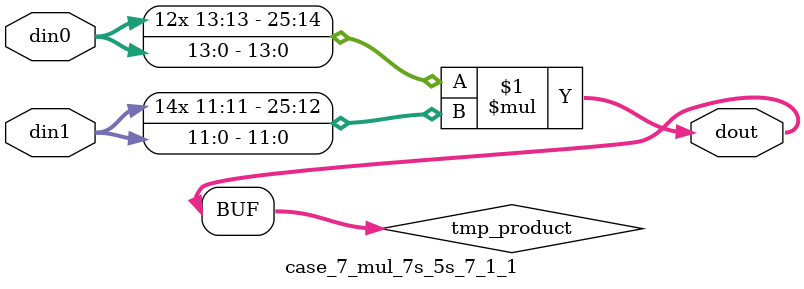
<source format=v>

`timescale 1 ns / 1 ps

 module case_7_mul_7s_5s_7_1_1(din0, din1, dout);
parameter ID = 1;
parameter NUM_STAGE = 0;
parameter din0_WIDTH = 14;
parameter din1_WIDTH = 12;
parameter dout_WIDTH = 26;

input [din0_WIDTH - 1 : 0] din0; 
input [din1_WIDTH - 1 : 0] din1; 
output [dout_WIDTH - 1 : 0] dout;

wire signed [dout_WIDTH - 1 : 0] tmp_product;



























assign tmp_product = $signed(din0) * $signed(din1);








assign dout = tmp_product;





















endmodule

</source>
